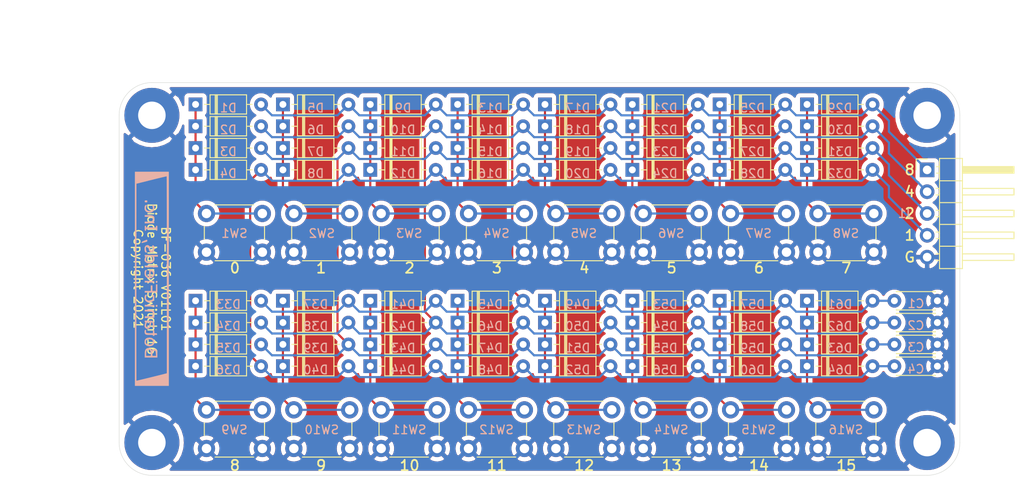
<source format=kicad_pcb>
(kicad_pcb (version 20171130) (host pcbnew "(5.1.10)-1")
  (title_block (title BF-036) (date 2021-08-28) (rev V01L01) (company "Copyright 2021 BotanicFields, Inc.") (comment 1 "Diode Matrix Switch 16"))
  (layers (0 F.Cu signal) (31 B.Cu signal) (34 B.Paste user) (35 F.Paste user) (36 B.SilkS user) (37 F.SilkS user) (38 B.Mask user) (39 F.Mask user) (44 Edge.Cuts user))
  (net 0 "")
  (net 1 GND)
  (net 2 "Net-(C1-Pad1)")
  (net 3 "Net-(C2-Pad1)")
  (net 4 "Net-(C3-Pad1)")
  (net 5 "Net-(C4-Pad1)")
  (net 6 "Net-(D1-Pad1)")
  (net 7 "Net-(D5-Pad1)")
  (net 8 "Net-(D10-Pad1)")
  (net 9 "Net-(D13-Pad1)")
  (net 10 "Net-(D17-Pad1)")
  (net 11 "Net-(D21-Pad1)")
  (net 12 "Net-(D25-Pad1)")
  (net 13 "Net-(D29-Pad1)")
  (net 14 "Net-(D33-Pad1)")
  (net 15 "Net-(D37-Pad1)")
  (net 16 "Net-(D41-Pad1)")
  (net 17 "Net-(D45-Pad1)")
  (net 18 "Net-(D49-Pad1)")
  (net 19 "Net-(D53-Pad1)")
  (net 20 "Net-(D57-Pad1)")
  (net 21 "Net-(D61-Pad1)")
  (module bf:BF@logo4 (layer B.Cu) (at 130.81 104.14 90)
    (fp_text reference G*** hide)
    (fp_text value LOGO hide)
  )
  (module MountingHole:MountingHole_3.2mm_M3_Pad (layer F.Cu) (at 220.98 85.09)
    (fp_text reference REF** hide)
    (fp_text value MountingHole_3.2mm_M3_Pad)
    (pad 1 thru_hole circle (at 0 0) (size 6.4 6.4) (drill 3.2) (layers *.Cu *.Mask) (net 1 GND))
  )
  (module MountingHole:MountingHole_3.2mm_M3_Pad (layer F.Cu) (at 220.98 123.19)
    (fp_text reference REF** hide)
    (fp_text value MountingHole_3.2mm_M3_Pad)
    (pad 1 thru_hole circle (at 0 0) (size 6.4 6.4) (drill 3.2) (layers *.Cu *.Mask) (net 1 GND))
  )
  (module MountingHole:MountingHole_3.2mm_M3_Pad (layer F.Cu) (at 130.81 123.19)
    (fp_text reference REF** hide)
    (fp_text value MountingHole_3.2mm_M3_Pad)
    (pad 1 thru_hole circle (at 0 0) (size 6.4 6.4) (drill 3.2) (layers *.Cu *.Mask) (net 1 GND))
  )
  (module MountingHole:MountingHole_3.2mm_M3_Pad (layer F.Cu) (at 130.81 85.09)
    (fp_text reference REF** hide)
    (fp_text value MountingHole_3.2mm_M3_Pad)
    (pad 1 thru_hole circle (at 0 0) (size 6.4 6.4) (drill 3.2) (layers *.Cu *.Mask) (net 1 GND))
  )
  (module Diode_THT:D_DO-35_SOD27_P7.62mm_Horizontal (layer F.Cu) (at 135.89 83.82)
    (fp_text reference D1 (at 3.81 0.42 unlocked) (layer B.SilkS) (effects (justify mirror)))
    (fp_text value D)
    (pad 1 thru_hole rect (at 0 0) (size 1.6 1.6) (drill 0.8) (layers *.Cu *.Mask) (net 6 "Net-(D1-Pad1)"))
    (pad 2 thru_hole oval (at 7.62 0) (size 1.6 1.6) (drill 0.8) (layers *.Cu *.Mask) (net 2 "Net-(C1-Pad1)"))
  )
  (module Diode_THT:D_DO-35_SOD27_P7.62mm_Horizontal (layer F.Cu) (at 135.89 86.36)
    (fp_text reference D2 (at 3.81 0.42 unlocked) (layer B.SilkS) (effects (justify mirror)))
    (fp_text value D)
    (pad 1 thru_hole rect (at 0 0) (size 1.6 1.6) (drill 0.8) (layers *.Cu *.Mask) (net 6 "Net-(D1-Pad1)"))
    (pad 2 thru_hole oval (at 7.62 0) (size 1.6 1.6) (drill 0.8) (layers *.Cu *.Mask) (net 3 "Net-(C2-Pad1)"))
  )
  (module Diode_THT:D_DO-35_SOD27_P7.62mm_Horizontal (layer F.Cu) (at 135.89 88.9)
    (fp_text reference D3 (at 3.81 0.42 unlocked) (layer B.SilkS) (effects (justify mirror)))
    (fp_text value D)
    (pad 2 thru_hole oval (at 7.62 0) (size 1.6 1.6) (drill 0.8) (layers *.Cu *.Mask) (net 4 "Net-(C3-Pad1)"))
    (pad 1 thru_hole rect (at 0 0) (size 1.6 1.6) (drill 0.8) (layers *.Cu *.Mask) (net 6 "Net-(D1-Pad1)"))
  )
  (module Diode_THT:D_DO-35_SOD27_P7.62mm_Horizontal (layer F.Cu) (at 135.89 91.44)
    (fp_text reference D4 (at 3.81 0.42 unlocked) (layer B.SilkS) (effects (justify mirror)))
    (fp_text value D)
    (pad 2 thru_hole oval (at 7.62 0) (size 1.6 1.6) (drill 0.8) (layers *.Cu *.Mask) (net 5 "Net-(C4-Pad1)"))
    (pad 1 thru_hole rect (at 0 0) (size 1.6 1.6) (drill 0.8) (layers *.Cu *.Mask) (net 6 "Net-(D1-Pad1)"))
  )
  (module Diode_THT:D_DO-35_SOD27_P7.62mm_Horizontal (layer F.Cu) (at 146.05 83.82)
    (fp_text reference D5 (at 3.81 0.42 unlocked) (layer B.SilkS) (effects (justify mirror)))
    (fp_text value D)
    (pad 2 thru_hole oval (at 7.62 0) (size 1.6 1.6) (drill 0.8) (layers *.Cu *.Mask) (net 2 "Net-(C1-Pad1)"))
    (pad 1 thru_hole rect (at 0 0) (size 1.6 1.6) (drill 0.8) (layers *.Cu *.Mask) (net 7 "Net-(D5-Pad1)"))
  )
  (module Diode_THT:D_DO-35_SOD27_P7.62mm_Horizontal (layer F.Cu) (at 146.05 86.36)
    (fp_text reference D6 (at 3.81 0.42 unlocked) (layer B.SilkS) (effects (justify mirror)))
    (fp_text value D)
    (pad 2 thru_hole oval (at 7.62 0) (size 1.6 1.6) (drill 0.8) (layers *.Cu *.Mask) (net 3 "Net-(C2-Pad1)"))
    (pad 1 thru_hole rect (at 0 0) (size 1.6 1.6) (drill 0.8) (layers *.Cu *.Mask) (net 7 "Net-(D5-Pad1)"))
  )
  (module Diode_THT:D_DO-35_SOD27_P7.62mm_Horizontal (layer F.Cu) (at 146.05 88.9)
    (fp_text reference D7 (at 3.81 0.42 unlocked) (layer B.SilkS) (effects (justify mirror)))
    (fp_text value D)
    (pad 1 thru_hole rect (at 0 0) (size 1.6 1.6) (drill 0.8) (layers *.Cu *.Mask) (net 7 "Net-(D5-Pad1)"))
    (pad 2 thru_hole oval (at 7.62 0) (size 1.6 1.6) (drill 0.8) (layers *.Cu *.Mask) (net 4 "Net-(C3-Pad1)"))
  )
  (module Diode_THT:D_DO-35_SOD27_P7.62mm_Horizontal (layer F.Cu) (at 146.05 91.44)
    (fp_text reference D8 (at 3.81 0.42 unlocked) (layer B.SilkS) (effects (justify mirror)))
    (fp_text value D)
    (pad 1 thru_hole rect (at 0 0) (size 1.6 1.6) (drill 0.8) (layers *.Cu *.Mask) (net 7 "Net-(D5-Pad1)"))
    (pad 2 thru_hole oval (at 7.62 0) (size 1.6 1.6) (drill 0.8) (layers *.Cu *.Mask) (net 5 "Net-(C4-Pad1)"))
  )
  (module Diode_THT:D_DO-35_SOD27_P7.62mm_Horizontal (layer F.Cu) (at 156.21 83.82)
    (fp_text reference D9 (at 3.81 0.42 unlocked) (layer B.SilkS) (effects (justify mirror)))
    (fp_text value D)
    (pad 1 thru_hole rect (at 0 0) (size 1.6 1.6) (drill 0.8) (layers *.Cu *.Mask) (net 8 "Net-(D10-Pad1)"))
    (pad 2 thru_hole oval (at 7.62 0) (size 1.6 1.6) (drill 0.8) (layers *.Cu *.Mask) (net 2 "Net-(C1-Pad1)"))
  )
  (module Diode_THT:D_DO-35_SOD27_P7.62mm_Horizontal (layer F.Cu) (at 156.21 86.36)
    (fp_text reference D10 (at 3.81 0.42 unlocked) (layer B.SilkS) (effects (justify mirror)))
    (fp_text value D)
    (pad 1 thru_hole rect (at 0 0) (size 1.6 1.6) (drill 0.8) (layers *.Cu *.Mask) (net 8 "Net-(D10-Pad1)"))
    (pad 2 thru_hole oval (at 7.62 0) (size 1.6 1.6) (drill 0.8) (layers *.Cu *.Mask) (net 3 "Net-(C2-Pad1)"))
  )
  (module Diode_THT:D_DO-35_SOD27_P7.62mm_Horizontal (layer F.Cu) (at 156.21 88.9)
    (fp_text reference D11 (at 3.81 0.42 unlocked) (layer B.SilkS) (effects (justify mirror)))
    (fp_text value D)
    (pad 2 thru_hole oval (at 7.62 0) (size 1.6 1.6) (drill 0.8) (layers *.Cu *.Mask) (net 4 "Net-(C3-Pad1)"))
    (pad 1 thru_hole rect (at 0 0) (size 1.6 1.6) (drill 0.8) (layers *.Cu *.Mask) (net 8 "Net-(D10-Pad1)"))
  )
  (module Diode_THT:D_DO-35_SOD27_P7.62mm_Horizontal (layer F.Cu) (at 156.21 91.44)
    (fp_text reference D12 (at 3.81 0.42 unlocked) (layer B.SilkS) (effects (justify mirror)))
    (fp_text value D)
    (pad 1 thru_hole rect (at 0 0) (size 1.6 1.6) (drill 0.8) (layers *.Cu *.Mask) (net 8 "Net-(D10-Pad1)"))
    (pad 2 thru_hole oval (at 7.62 0) (size 1.6 1.6) (drill 0.8) (layers *.Cu *.Mask) (net 5 "Net-(C4-Pad1)"))
  )
  (module Diode_THT:D_DO-35_SOD27_P7.62mm_Horizontal (layer F.Cu) (at 166.37 83.82)
    (fp_text reference D13 (at 3.81 0.42 unlocked) (layer B.SilkS) (effects (justify mirror)))
    (fp_text value D)
    (pad 2 thru_hole oval (at 7.62 0) (size 1.6 1.6) (drill 0.8) (layers *.Cu *.Mask) (net 2 "Net-(C1-Pad1)"))
    (pad 1 thru_hole rect (at 0 0) (size 1.6 1.6) (drill 0.8) (layers *.Cu *.Mask) (net 9 "Net-(D13-Pad1)"))
  )
  (module Diode_THT:D_DO-35_SOD27_P7.62mm_Horizontal (layer F.Cu) (at 166.37 86.36)
    (fp_text reference D14 (at 3.81 0.42 unlocked) (layer B.SilkS) (effects (justify mirror)))
    (fp_text value D)
    (pad 1 thru_hole rect (at 0 0) (size 1.6 1.6) (drill 0.8) (layers *.Cu *.Mask) (net 9 "Net-(D13-Pad1)"))
    (pad 2 thru_hole oval (at 7.62 0) (size 1.6 1.6) (drill 0.8) (layers *.Cu *.Mask) (net 3 "Net-(C2-Pad1)"))
  )
  (module Diode_THT:D_DO-35_SOD27_P7.62mm_Horizontal (layer F.Cu) (at 166.37 88.9)
    (fp_text reference D15 (at 3.81 0.42 unlocked) (layer B.SilkS) (effects (justify mirror)))
    (fp_text value D)
    (pad 2 thru_hole oval (at 7.62 0) (size 1.6 1.6) (drill 0.8) (layers *.Cu *.Mask) (net 4 "Net-(C3-Pad1)"))
    (pad 1 thru_hole rect (at 0 0) (size 1.6 1.6) (drill 0.8) (layers *.Cu *.Mask) (net 9 "Net-(D13-Pad1)"))
  )
  (module Diode_THT:D_DO-35_SOD27_P7.62mm_Horizontal (layer F.Cu) (at 166.37 91.44)
    (fp_text reference D16 (at 3.81 0.42 unlocked) (layer B.SilkS) (effects (justify mirror)))
    (fp_text value D)
    (pad 2 thru_hole oval (at 7.62 0) (size 1.6 1.6) (drill 0.8) (layers *.Cu *.Mask) (net 5 "Net-(C4-Pad1)"))
    (pad 1 thru_hole rect (at 0 0) (size 1.6 1.6) (drill 0.8) (layers *.Cu *.Mask) (net 9 "Net-(D13-Pad1)"))
  )
  (module Diode_THT:D_DO-35_SOD27_P7.62mm_Horizontal (layer F.Cu) (at 176.53 83.82)
    (fp_text reference D17 (at 3.81 0.42 unlocked) (layer B.SilkS) (effects (justify mirror)))
    (fp_text value D)
    (pad 2 thru_hole oval (at 7.62 0) (size 1.6 1.6) (drill 0.8) (layers *.Cu *.Mask) (net 2 "Net-(C1-Pad1)"))
    (pad 1 thru_hole rect (at 0 0) (size 1.6 1.6) (drill 0.8) (layers *.Cu *.Mask) (net 10 "Net-(D17-Pad1)"))
  )
  (module Diode_THT:D_DO-35_SOD27_P7.62mm_Horizontal (layer F.Cu) (at 176.53 86.36)
    (fp_text reference D18 (at 3.81 0.42 unlocked) (layer B.SilkS) (effects (justify mirror)))
    (fp_text value D)
    (pad 1 thru_hole rect (at 0 0) (size 1.6 1.6) (drill 0.8) (layers *.Cu *.Mask) (net 10 "Net-(D17-Pad1)"))
    (pad 2 thru_hole oval (at 7.62 0) (size 1.6 1.6) (drill 0.8) (layers *.Cu *.Mask) (net 3 "Net-(C2-Pad1)"))
  )
  (module Diode_THT:D_DO-35_SOD27_P7.62mm_Horizontal (layer F.Cu) (at 176.53 88.9)
    (fp_text reference D19 (at 3.81 0.42 unlocked) (layer B.SilkS) (effects (justify mirror)))
    (fp_text value D)
    (pad 2 thru_hole oval (at 7.62 0) (size 1.6 1.6) (drill 0.8) (layers *.Cu *.Mask) (net 4 "Net-(C3-Pad1)"))
    (pad 1 thru_hole rect (at 0 0) (size 1.6 1.6) (drill 0.8) (layers *.Cu *.Mask) (net 10 "Net-(D17-Pad1)"))
  )
  (module Diode_THT:D_DO-35_SOD27_P7.62mm_Horizontal (layer F.Cu) (at 176.53 91.44)
    (fp_text reference D20 (at 3.81 0.42 unlocked) (layer B.SilkS) (effects (justify mirror)))
    (fp_text value D)
    (pad 2 thru_hole oval (at 7.62 0) (size 1.6 1.6) (drill 0.8) (layers *.Cu *.Mask) (net 5 "Net-(C4-Pad1)"))
    (pad 1 thru_hole rect (at 0 0) (size 1.6 1.6) (drill 0.8) (layers *.Cu *.Mask) (net 10 "Net-(D17-Pad1)"))
  )
  (module Diode_THT:D_DO-35_SOD27_P7.62mm_Horizontal (layer F.Cu) (at 186.69 83.82)
    (fp_text reference D21 (at 3.81 0.42 unlocked) (layer B.SilkS) (effects (justify mirror)))
    (fp_text value D)
    (pad 1 thru_hole rect (at 0 0) (size 1.6 1.6) (drill 0.8) (layers *.Cu *.Mask) (net 11 "Net-(D21-Pad1)"))
    (pad 2 thru_hole oval (at 7.62 0) (size 1.6 1.6) (drill 0.8) (layers *.Cu *.Mask) (net 2 "Net-(C1-Pad1)"))
  )
  (module Diode_THT:D_DO-35_SOD27_P7.62mm_Horizontal (layer F.Cu) (at 186.69 86.36)
    (fp_text reference D22 (at 3.81 0.42 unlocked) (layer B.SilkS) (effects (justify mirror)))
    (fp_text value D)
    (pad 1 thru_hole rect (at 0 0) (size 1.6 1.6) (drill 0.8) (layers *.Cu *.Mask) (net 11 "Net-(D21-Pad1)"))
    (pad 2 thru_hole oval (at 7.62 0) (size 1.6 1.6) (drill 0.8) (layers *.Cu *.Mask) (net 3 "Net-(C2-Pad1)"))
  )
  (module Diode_THT:D_DO-35_SOD27_P7.62mm_Horizontal (layer F.Cu) (at 186.69 88.9)
    (fp_text reference D23 (at 3.81 0.42 unlocked) (layer B.SilkS) (effects (justify mirror)))
    (fp_text value D)
    (pad 2 thru_hole oval (at 7.62 0) (size 1.6 1.6) (drill 0.8) (layers *.Cu *.Mask) (net 4 "Net-(C3-Pad1)"))
    (pad 1 thru_hole rect (at 0 0) (size 1.6 1.6) (drill 0.8) (layers *.Cu *.Mask) (net 11 "Net-(D21-Pad1)"))
  )
  (module Diode_THT:D_DO-35_SOD27_P7.62mm_Horizontal (layer F.Cu) (at 186.69 91.44)
    (fp_text reference D24 (at 3.81 0.42 unlocked) (layer B.SilkS) (effects (justify mirror)))
    (fp_text value D)
    (pad 1 thru_hole rect (at 0 0) (size 1.6 1.6) (drill 0.8) (layers *.Cu *.Mask) (net 11 "Net-(D21-Pad1)"))
    (pad 2 thru_hole oval (at 7.62 0) (size 1.6 1.6) (drill 0.8) (layers *.Cu *.Mask) (net 5 "Net-(C4-Pad1)"))
  )
  (module Diode_THT:D_DO-35_SOD27_P7.62mm_Horizontal (layer F.Cu) (at 196.85 83.82)
    (fp_text reference D25 (at 3.81 0.42 unlocked) (layer B.SilkS) (effects (justify mirror)))
    (fp_text value D)
    (pad 1 thru_hole rect (at 0 0) (size 1.6 1.6) (drill 0.8) (layers *.Cu *.Mask) (net 12 "Net-(D25-Pad1)"))
    (pad 2 thru_hole oval (at 7.62 0) (size 1.6 1.6) (drill 0.8) (layers *.Cu *.Mask) (net 2 "Net-(C1-Pad1)"))
  )
  (module Diode_THT:D_DO-35_SOD27_P7.62mm_Horizontal (layer F.Cu) (at 196.85 86.36)
    (fp_text reference D26 (at 3.81 0.42 unlocked) (layer B.SilkS) (effects (justify mirror)))
    (fp_text value D)
    (pad 2 thru_hole oval (at 7.62 0) (size 1.6 1.6) (drill 0.8) (layers *.Cu *.Mask) (net 3 "Net-(C2-Pad1)"))
    (pad 1 thru_hole rect (at 0 0) (size 1.6 1.6) (drill 0.8) (layers *.Cu *.Mask) (net 12 "Net-(D25-Pad1)"))
  )
  (module Diode_THT:D_DO-35_SOD27_P7.62mm_Horizontal (layer F.Cu) (at 196.85 88.9)
    (fp_text reference D27 (at 3.81 0.42 unlocked) (layer B.SilkS) (effects (justify mirror)))
    (fp_text value D)
    (pad 2 thru_hole oval (at 7.62 0) (size 1.6 1.6) (drill 0.8) (layers *.Cu *.Mask) (net 4 "Net-(C3-Pad1)"))
    (pad 1 thru_hole rect (at 0 0) (size 1.6 1.6) (drill 0.8) (layers *.Cu *.Mask) (net 12 "Net-(D25-Pad1)"))
  )
  (module Diode_THT:D_DO-35_SOD27_P7.62mm_Horizontal (layer F.Cu) (at 196.85 91.44)
    (fp_text reference D28 (at 3.81 0.42 unlocked) (layer B.SilkS) (effects (justify mirror)))
    (fp_text value D)
    (pad 2 thru_hole oval (at 7.62 0) (size 1.6 1.6) (drill 0.8) (layers *.Cu *.Mask) (net 5 "Net-(C4-Pad1)"))
    (pad 1 thru_hole rect (at 0 0) (size 1.6 1.6) (drill 0.8) (layers *.Cu *.Mask) (net 12 "Net-(D25-Pad1)"))
  )
  (module Diode_THT:D_DO-35_SOD27_P7.62mm_Horizontal (layer F.Cu) (at 207.01 83.82)
    (fp_text reference D29 (at 3.81 0.42 unlocked) (layer B.SilkS) (effects (justify mirror)))
    (fp_text value D)
    (pad 2 thru_hole oval (at 7.62 0) (size 1.6 1.6) (drill 0.8) (layers *.Cu *.Mask) (net 2 "Net-(C1-Pad1)"))
    (pad 1 thru_hole rect (at 0 0) (size 1.6 1.6) (drill 0.8) (layers *.Cu *.Mask) (net 13 "Net-(D29-Pad1)"))
  )
  (module Diode_THT:D_DO-35_SOD27_P7.62mm_Horizontal (layer F.Cu) (at 207.01 86.36)
    (fp_text reference D30 (at 3.81 0.42 unlocked) (layer B.SilkS) (effects (justify mirror)))
    (fp_text value D)
    (pad 1 thru_hole rect (at 0 0) (size 1.6 1.6) (drill 0.8) (layers *.Cu *.Mask) (net 13 "Net-(D29-Pad1)"))
    (pad 2 thru_hole oval (at 7.62 0) (size 1.6 1.6) (drill 0.8) (layers *.Cu *.Mask) (net 3 "Net-(C2-Pad1)"))
  )
  (module Diode_THT:D_DO-35_SOD27_P7.62mm_Horizontal (layer F.Cu) (at 207.01 88.9)
    (fp_text reference D31 (at 3.81 0.42 unlocked) (layer B.SilkS) (effects (justify mirror)))
    (fp_text value D)
    (pad 2 thru_hole oval (at 7.62 0) (size 1.6 1.6) (drill 0.8) (layers *.Cu *.Mask) (net 4 "Net-(C3-Pad1)"))
    (pad 1 thru_hole rect (at 0 0) (size 1.6 1.6) (drill 0.8) (layers *.Cu *.Mask) (net 13 "Net-(D29-Pad1)"))
  )
  (module Diode_THT:D_DO-35_SOD27_P7.62mm_Horizontal (layer F.Cu) (at 207.01 91.44)
    (fp_text reference D32 (at 3.81 0.42 unlocked) (layer B.SilkS) (effects (justify mirror)))
    (fp_text value D)
    (pad 1 thru_hole rect (at 0 0) (size 1.6 1.6) (drill 0.8) (layers *.Cu *.Mask) (net 13 "Net-(D29-Pad1)"))
    (pad 2 thru_hole oval (at 7.62 0) (size 1.6 1.6) (drill 0.8) (layers *.Cu *.Mask) (net 5 "Net-(C4-Pad1)"))
  )
  (module Diode_THT:D_DO-35_SOD27_P7.62mm_Horizontal (layer F.Cu) (at 135.89 106.68)
    (fp_text reference D33 (at 3.81 0.42 unlocked) (layer B.SilkS) (effects (justify mirror)))
    (fp_text value D)
    (pad 2 thru_hole oval (at 7.62 0) (size 1.6 1.6) (drill 0.8) (layers *.Cu *.Mask) (net 2 "Net-(C1-Pad1)"))
    (pad 1 thru_hole rect (at 0 0) (size 1.6 1.6) (drill 0.8) (layers *.Cu *.Mask) (net 14 "Net-(D33-Pad1)"))
  )
  (module Diode_THT:D_DO-35_SOD27_P7.62mm_Horizontal (layer F.Cu) (at 135.89 109.22)
    (fp_text reference D34 (at 3.81 0.42 unlocked) (layer B.SilkS) (effects (justify mirror)))
    (fp_text value D)
    (pad 1 thru_hole rect (at 0 0) (size 1.6 1.6) (drill 0.8) (layers *.Cu *.Mask) (net 14 "Net-(D33-Pad1)"))
    (pad 2 thru_hole oval (at 7.62 0) (size 1.6 1.6) (drill 0.8) (layers *.Cu *.Mask) (net 3 "Net-(C2-Pad1)"))
  )
  (module Diode_THT:D_DO-35_SOD27_P7.62mm_Horizontal (layer F.Cu) (at 135.89 111.76)
    (fp_text reference D35 (at 3.81 0.42 unlocked) (layer B.SilkS) (effects (justify mirror)))
    (fp_text value D)
    (pad 2 thru_hole oval (at 7.62 0) (size 1.6 1.6) (drill 0.8) (layers *.Cu *.Mask) (net 4 "Net-(C3-Pad1)"))
    (pad 1 thru_hole rect (at 0 0) (size 1.6 1.6) (drill 0.8) (layers *.Cu *.Mask) (net 14 "Net-(D33-Pad1)"))
  )
  (module Diode_THT:D_DO-35_SOD27_P7.62mm_Horizontal (layer F.Cu) (at 135.89 114.3)
    (fp_text reference D36 (at 3.81 0.42 unlocked) (layer B.SilkS) (effects (justify mirror)))
    (fp_text value D)
    (pad 1 thru_hole rect (at 0 0) (size 1.6 1.6) (drill 0.8) (layers *.Cu *.Mask) (net 14 "Net-(D33-Pad1)"))
    (pad 2 thru_hole oval (at 7.62 0) (size 1.6 1.6) (drill 0.8) (layers *.Cu *.Mask) (net 5 "Net-(C4-Pad1)"))
  )
  (module Diode_THT:D_DO-35_SOD27_P7.62mm_Horizontal (layer F.Cu) (at 146.05 106.68)
    (fp_text reference D37 (at 3.81 0.42 unlocked) (layer B.SilkS) (effects (justify mirror)))
    (fp_text value D)
    (pad 2 thru_hole oval (at 7.62 0) (size 1.6 1.6) (drill 0.8) (layers *.Cu *.Mask) (net 2 "Net-(C1-Pad1)"))
    (pad 1 thru_hole rect (at 0 0) (size 1.6 1.6) (drill 0.8) (layers *.Cu *.Mask) (net 15 "Net-(D37-Pad1)"))
  )
  (module Diode_THT:D_DO-35_SOD27_P7.62mm_Horizontal (layer F.Cu) (at 146.05 109.22)
    (fp_text reference D38 (at 3.81 0.42 unlocked) (layer B.SilkS) (effects (justify mirror)))
    (fp_text value D)
    (pad 1 thru_hole rect (at 0 0) (size 1.6 1.6) (drill 0.8) (layers *.Cu *.Mask) (net 15 "Net-(D37-Pad1)"))
    (pad 2 thru_hole oval (at 7.62 0) (size 1.6 1.6) (drill 0.8) (layers *.Cu *.Mask) (net 3 "Net-(C2-Pad1)"))
  )
  (module Diode_THT:D_DO-35_SOD27_P7.62mm_Horizontal (layer F.Cu) (at 146.05 111.76)
    (fp_text reference D39 (at 3.81 0.42 unlocked) (layer B.SilkS) (effects (justify mirror)))
    (fp_text value D)
    (pad 1 thru_hole rect (at 0 0) (size 1.6 1.6) (drill 0.8) (layers *.Cu *.Mask) (net 15 "Net-(D37-Pad1)"))
    (pad 2 thru_hole oval (at 7.62 0) (size 1.6 1.6) (drill 0.8) (layers *.Cu *.Mask) (net 4 "Net-(C3-Pad1)"))
  )
  (module Diode_THT:D_DO-35_SOD27_P7.62mm_Horizontal (layer F.Cu) (at 146.05 114.3)
    (fp_text reference D40 (at 3.81 0.42 unlocked) (layer B.SilkS) (effects (justify mirror)))
    (fp_text value D)
    (pad 1 thru_hole rect (at 0 0) (size 1.6 1.6) (drill 0.8) (layers *.Cu *.Mask) (net 15 "Net-(D37-Pad1)"))
    (pad 2 thru_hole oval (at 7.62 0) (size 1.6 1.6) (drill 0.8) (layers *.Cu *.Mask) (net 5 "Net-(C4-Pad1)"))
  )
  (module Diode_THT:D_DO-35_SOD27_P7.62mm_Horizontal (layer F.Cu) (at 156.21 106.68)
    (fp_text reference D41 (at 3.81 0.42 unlocked) (layer B.SilkS) (effects (justify mirror)))
    (fp_text value D)
    (pad 2 thru_hole oval (at 7.62 0) (size 1.6 1.6) (drill 0.8) (layers *.Cu *.Mask) (net 2 "Net-(C1-Pad1)"))
    (pad 1 thru_hole rect (at 0 0) (size 1.6 1.6) (drill 0.8) (layers *.Cu *.Mask) (net 16 "Net-(D41-Pad1)"))
  )
  (module Diode_THT:D_DO-35_SOD27_P7.62mm_Horizontal (layer F.Cu) (at 156.21 109.22)
    (fp_text reference D42 (at 3.81 0.42 unlocked) (layer B.SilkS) (effects (justify mirror)))
    (fp_text value D)
    (pad 1 thru_hole rect (at 0 0) (size 1.6 1.6) (drill 0.8) (layers *.Cu *.Mask) (net 16 "Net-(D41-Pad1)"))
    (pad 2 thru_hole oval (at 7.62 0) (size 1.6 1.6) (drill 0.8) (layers *.Cu *.Mask) (net 3 "Net-(C2-Pad1)"))
  )
  (module Diode_THT:D_DO-35_SOD27_P7.62mm_Horizontal (layer F.Cu) (at 156.21 111.76)
    (fp_text reference D43 (at 3.81 0.42 unlocked) (layer B.SilkS) (effects (justify mirror)))
    (fp_text value D)
    (pad 2 thru_hole oval (at 7.62 0) (size 1.6 1.6) (drill 0.8) (layers *.Cu *.Mask) (net 4 "Net-(C3-Pad1)"))
    (pad 1 thru_hole rect (at 0 0) (size 1.6 1.6) (drill 0.8) (layers *.Cu *.Mask) (net 16 "Net-(D41-Pad1)"))
  )
  (module Diode_THT:D_DO-35_SOD27_P7.62mm_Horizontal (layer F.Cu) (at 156.21 114.3)
    (fp_text reference D44 (at 3.81 0.42 unlocked) (layer B.SilkS) (effects (justify mirror)))
    (fp_text value D)
    (pad 1 thru_hole rect (at 0 0) (size 1.6 1.6) (drill 0.8) (layers *.Cu *.Mask) (net 16 "Net-(D41-Pad1)"))
    (pad 2 thru_hole oval (at 7.62 0) (size 1.6 1.6) (drill 0.8) (layers *.Cu *.Mask) (net 5 "Net-(C4-Pad1)"))
  )
  (module Diode_THT:D_DO-35_SOD27_P7.62mm_Horizontal (layer F.Cu) (at 166.37 106.68)
    (fp_text reference D45 (at 3.81 0.42 unlocked) (layer B.SilkS) (effects (justify mirror)))
    (fp_text value D)
    (pad 2 thru_hole oval (at 7.62 0) (size 1.6 1.6) (drill 0.8) (layers *.Cu *.Mask) (net 2 "Net-(C1-Pad1)"))
    (pad 1 thru_hole rect (at 0 0) (size 1.6 1.6) (drill 0.8) (layers *.Cu *.Mask) (net 17 "Net-(D45-Pad1)"))
  )
  (module Diode_THT:D_DO-35_SOD27_P7.62mm_Horizontal (layer F.Cu) (at 166.37 109.22)
    (fp_text reference D46 (at 3.81 0.42 unlocked) (layer B.SilkS) (effects (justify mirror)))
    (fp_text value D)
    (pad 2 thru_hole oval (at 7.62 0) (size 1.6 1.6) (drill 0.8) (layers *.Cu *.Mask) (net 3 "Net-(C2-Pad1)"))
    (pad 1 thru_hole rect (at 0 0) (size 1.6 1.6) (drill 0.8) (layers *.Cu *.Mask) (net 17 "Net-(D45-Pad1)"))
  )
  (module Diode_THT:D_DO-35_SOD27_P7.62mm_Horizontal (layer F.Cu) (at 166.37 111.76)
    (fp_text reference D47 (at 3.81 0.42 unlocked) (layer B.SilkS) (effects (justify mirror)))
    (fp_text value D)
    (pad 2 thru_hole oval (at 7.62 0) (size 1.6 1.6) (drill 0.8) (layers *.Cu *.Mask) (net 4 "Net-(C3-Pad1)"))
    (pad 1 thru_hole rect (at 0 0) (size 1.6 1.6) (drill 0.8) (layers *.Cu *.Mask) (net 17 "Net-(D45-Pad1)"))
  )
  (module Diode_THT:D_DO-35_SOD27_P7.62mm_Horizontal (layer F.Cu) (at 166.37 114.3)
    (fp_text reference D48 (at 3.81 0.42 unlocked) (layer B.SilkS) (effects (justify mirror)))
    (fp_text value D)
    (pad 1 thru_hole rect (at 0 0) (size 1.6 1.6) (drill 0.8) (layers *.Cu *.Mask) (net 17 "Net-(D45-Pad1)"))
    (pad 2 thru_hole oval (at 7.62 0) (size 1.6 1.6) (drill 0.8) (layers *.Cu *.Mask) (net 5 "Net-(C4-Pad1)"))
  )
  (module Diode_THT:D_DO-35_SOD27_P7.62mm_Horizontal (layer F.Cu) (at 176.53 106.68)
    (fp_text reference D49 (at 3.81 0.42 unlocked) (layer B.SilkS) (effects (justify mirror)))
    (fp_text value D)
    (pad 2 thru_hole oval (at 7.62 0) (size 1.6 1.6) (drill 0.8) (layers *.Cu *.Mask) (net 2 "Net-(C1-Pad1)"))
    (pad 1 thru_hole rect (at 0 0) (size 1.6 1.6) (drill 0.8) (layers *.Cu *.Mask) (net 18 "Net-(D49-Pad1)"))
  )
  (module Diode_THT:D_DO-35_SOD27_P7.62mm_Horizontal (layer F.Cu) (at 176.53 109.22)
    (fp_text reference D50 (at 3.81 0.42 unlocked) (layer B.SilkS) (effects (justify mirror)))
    (fp_text value D)
    (pad 1 thru_hole rect (at 0 0) (size 1.6 1.6) (drill 0.8) (layers *.Cu *.Mask) (net 18 "Net-(D49-Pad1)"))
    (pad 2 thru_hole oval (at 7.62 0) (size 1.6 1.6) (drill 0.8) (layers *.Cu *.Mask) (net 3 "Net-(C2-Pad1)"))
  )
  (module Diode_THT:D_DO-35_SOD27_P7.62mm_Horizontal (layer F.Cu) (at 176.53 111.76)
    (fp_text reference D51 (at 3.81 0.42 unlocked) (layer B.SilkS) (effects (justify mirror)))
    (fp_text value D)
    (pad 2 thru_hole oval (at 7.62 0) (size 1.6 1.6) (drill 0.8) (layers *.Cu *.Mask) (net 4 "Net-(C3-Pad1)"))
    (pad 1 thru_hole rect (at 0 0) (size 1.6 1.6) (drill 0.8) (layers *.Cu *.Mask) (net 18 "Net-(D49-Pad1)"))
  )
  (module Diode_THT:D_DO-35_SOD27_P7.62mm_Horizontal (layer F.Cu) (at 176.53 114.3)
    (fp_text reference D52 (at 3.81 0.42 unlocked) (layer B.SilkS) (effects (justify mirror)))
    (fp_text value D)
    (pad 1 thru_hole rect (at 0 0) (size 1.6 1.6) (drill 0.8) (layers *.Cu *.Mask) (net 18 "Net-(D49-Pad1)"))
    (pad 2 thru_hole oval (at 7.62 0) (size 1.6 1.6) (drill 0.8) (layers *.Cu *.Mask) (net 5 "Net-(C4-Pad1)"))
  )
  (module Diode_THT:D_DO-35_SOD27_P7.62mm_Horizontal (layer F.Cu) (at 186.69 106.68)
    (fp_text reference D53 (at 3.81 0.42 unlocked) (layer B.SilkS) (effects (justify mirror)))
    (fp_text value D)
    (pad 1 thru_hole rect (at 0 0) (size 1.6 1.6) (drill 0.8) (layers *.Cu *.Mask) (net 19 "Net-(D53-Pad1)"))
    (pad 2 thru_hole oval (at 7.62 0) (size 1.6 1.6) (drill 0.8) (layers *.Cu *.Mask) (net 2 "Net-(C1-Pad1)"))
  )
  (module Diode_THT:D_DO-35_SOD27_P7.62mm_Horizontal (layer F.Cu) (at 186.69 109.22)
    (fp_text reference D54 (at 3.81 0.42 unlocked) (layer B.SilkS) (effects (justify mirror)))
    (fp_text value D)
    (pad 1 thru_hole rect (at 0 0) (size 1.6 1.6) (drill 0.8) (layers *.Cu *.Mask) (net 19 "Net-(D53-Pad1)"))
    (pad 2 thru_hole oval (at 7.62 0) (size 1.6 1.6) (drill 0.8) (layers *.Cu *.Mask) (net 3 "Net-(C2-Pad1)"))
  )
  (module Diode_THT:D_DO-35_SOD27_P7.62mm_Horizontal (layer F.Cu) (at 186.69 111.76)
    (fp_text reference D55 (at 3.81 0.42 unlocked) (layer B.SilkS) (effects (justify mirror)))
    (fp_text value D)
    (pad 2 thru_hole oval (at 7.62 0) (size 1.6 1.6) (drill 0.8) (layers *.Cu *.Mask) (net 4 "Net-(C3-Pad1)"))
    (pad 1 thru_hole rect (at 0 0) (size 1.6 1.6) (drill 0.8) (layers *.Cu *.Mask) (net 19 "Net-(D53-Pad1)"))
  )
  (module Diode_THT:D_DO-35_SOD27_P7.62mm_Horizontal (layer F.Cu) (at 186.69 114.3)
    (fp_text reference D56 (at 3.81 0.42 unlocked) (layer B.SilkS) (effects (justify mirror)))
    (fp_text value D)
    (pad 1 thru_hole rect (at 0 0) (size 1.6 1.6) (drill 0.8) (layers *.Cu *.Mask) (net 19 "Net-(D53-Pad1)"))
    (pad 2 thru_hole oval (at 7.62 0) (size 1.6 1.6) (drill 0.8) (layers *.Cu *.Mask) (net 5 "Net-(C4-Pad1)"))
  )
  (module Diode_THT:D_DO-35_SOD27_P7.62mm_Horizontal (layer F.Cu) (at 196.85 106.68)
    (fp_text reference D57 (at 3.81 0.42 unlocked) (layer B.SilkS) (effects (justify mirror)))
    (fp_text value D)
    (pad 2 thru_hole oval (at 7.62 0) (size 1.6 1.6) (drill 0.8) (layers *.Cu *.Mask) (net 2 "Net-(C1-Pad1)"))
    (pad 1 thru_hole rect (at 0 0) (size 1.6 1.6) (drill 0.8) (layers *.Cu *.Mask) (net 20 "Net-(D57-Pad1)"))
  )
  (module Diode_THT:D_DO-35_SOD27_P7.62mm_Horizontal (layer F.Cu) (at 196.85 109.22)
    (fp_text reference D58 (at 3.81 0.42 unlocked) (layer B.SilkS) (effects (justify mirror)))
    (fp_text value D)
    (pad 1 thru_hole rect (at 0 0) (size 1.6 1.6) (drill 0.8) (layers *.Cu *.Mask) (net 20 "Net-(D57-Pad1)"))
    (pad 2 thru_hole oval (at 7.62 0) (size 1.6 1.6) (drill 0.8) (layers *.Cu *.Mask) (net 3 "Net-(C2-Pad1)"))
  )
  (module Diode_THT:D_DO-35_SOD27_P7.62mm_Horizontal (layer F.Cu) (at 196.85 111.76)
    (fp_text reference D59 (at 3.81 0.42 unlocked) (layer B.SilkS) (effects (justify mirror)))
    (fp_text value D)
    (pad 2 thru_hole oval (at 7.62 0) (size 1.6 1.6) (drill 0.8) (layers *.Cu *.Mask) (net 4 "Net-(C3-Pad1)"))
    (pad 1 thru_hole rect (at 0 0) (size 1.6 1.6) (drill 0.8) (layers *.Cu *.Mask) (net 20 "Net-(D57-Pad1)"))
  )
  (module Diode_THT:D_DO-35_SOD27_P7.62mm_Horizontal (layer F.Cu) (at 196.85 114.3)
    (fp_text reference D60 (at 3.81 0.42 unlocked) (layer B.SilkS) (effects (justify mirror)))
    (fp_text value D)
    (pad 1 thru_hole rect (at 0 0) (size 1.6 1.6) (drill 0.8) (layers *.Cu *.Mask) (net 20 "Net-(D57-Pad1)"))
    (pad 2 thru_hole oval (at 7.62 0) (size 1.6 1.6) (drill 0.8) (layers *.Cu *.Mask) (net 5 "Net-(C4-Pad1)"))
  )
  (module Diode_THT:D_DO-35_SOD27_P7.62mm_Horizontal (layer F.Cu) (at 207.01 106.68)
    (fp_text reference D61 (at 3.81 0.42 unlocked) (layer B.SilkS) (effects (justify mirror)))
    (fp_text value D)
    (pad 2 thru_hole oval (at 7.62 0) (size 1.6 1.6) (drill 0.8) (layers *.Cu *.Mask) (net 2 "Net-(C1-Pad1)"))
    (pad 1 thru_hole rect (at 0 0) (size 1.6 1.6) (drill 0.8) (layers *.Cu *.Mask) (net 21 "Net-(D61-Pad1)"))
  )
  (module Diode_THT:D_DO-35_SOD27_P7.62mm_Horizontal (layer F.Cu) (at 207.01 109.22)
    (fp_text reference D62 (at 3.81 0.42 unlocked) (layer B.SilkS) (effects (justify mirror)))
    (fp_text value D)
    (pad 1 thru_hole rect (at 0 0) (size 1.6 1.6) (drill 0.8) (layers *.Cu *.Mask) (net 21 "Net-(D61-Pad1)"))
    (pad 2 thru_hole oval (at 7.62 0) (size 1.6 1.6) (drill 0.8) (layers *.Cu *.Mask) (net 3 "Net-(C2-Pad1)"))
  )
  (module Diode_THT:D_DO-35_SOD27_P7.62mm_Horizontal (layer F.Cu) (at 207.01 111.76)
    (fp_text reference D63 (at 3.81 0.42 unlocked) (layer B.SilkS) (effects (justify mirror)))
    (fp_text value D)
    (pad 2 thru_hole oval (at 7.62 0) (size 1.6 1.6) (drill 0.8) (layers *.Cu *.Mask) (net 4 "Net-(C3-Pad1)"))
    (pad 1 thru_hole rect (at 0 0) (size 1.6 1.6) (drill 0.8) (layers *.Cu *.Mask) (net 21 "Net-(D61-Pad1)"))
  )
  (module Diode_THT:D_DO-35_SOD27_P7.62mm_Horizontal (layer F.Cu) (at 207.01 114.3)
    (fp_text reference D64 (at 3.81 0.42 unlocked) (layer B.SilkS) (effects (justify mirror)))
    (fp_text value D)
    (pad 1 thru_hole rect (at 0 0) (size 1.6 1.6) (drill 0.8) (layers *.Cu *.Mask) (net 21 "Net-(D61-Pad1)"))
    (pad 2 thru_hole oval (at 7.62 0) (size 1.6 1.6) (drill 0.8) (layers *.Cu *.Mask) (net 5 "Net-(C4-Pad1)"))
  )
  (module Connector_PinHeader_2.54mm:PinHeader_1x05_P2.54mm_Horizontal (layer F.Cu) (at 220.98 91.44)
    (fp_text reference J1 (at -2.54 5.08 unlocked) (layer B.SilkS) (effects (justify mirror)))
    (fp_text value CODE)
    (pad 1 thru_hole rect (at 0 0) (size 1.7 1.7) (drill 1) (layers *.Cu *.Mask) (net 2 "Net-(C1-Pad1)"))
    (pad 2 thru_hole oval (at 0 2.54) (size 1.7 1.7) (drill 1) (layers *.Cu *.Mask) (net 3 "Net-(C2-Pad1)"))
    (pad 3 thru_hole oval (at 0 5.08) (size 1.7 1.7) (drill 1) (layers *.Cu *.Mask) (net 4 "Net-(C3-Pad1)"))
    (pad 4 thru_hole oval (at 0 7.62) (size 1.7 1.7) (drill 1) (layers *.Cu *.Mask) (net 5 "Net-(C4-Pad1)"))
    (pad 5 thru_hole oval (at 0 10.16) (size 1.7 1.7) (drill 1) (layers *.Cu *.Mask) (net 1 GND))
  )
  (module Button_Switch_THT:SW_PUSH_6mm (layer F.Cu) (at 137.16 96.52)
    (fp_text reference SW1 (at 3.25 2.318 unlocked) (layer B.SilkS) (effects (justify mirror)))
    (fp_text value 0)
    (pad 2 thru_hole circle (at 0 4.5 90) (size 2 2) (drill 1.1) (layers *.Cu *.Mask) (net 1 GND))
    (pad 1 thru_hole circle (at 0 0 90) (size 2 2) (drill 1.1) (layers *.Cu *.Mask) (net 6 "Net-(D1-Pad1)"))
    (pad 2 thru_hole circle (at 6.5 4.5 90) (size 2 2) (drill 1.1) (layers *.Cu *.Mask) (net 1 GND))
    (pad 1 thru_hole circle (at 6.5 0 90) (size 2 2) (drill 1.1) (layers *.Cu *.Mask) (net 6 "Net-(D1-Pad1)"))
  )
  (module Button_Switch_THT:SW_PUSH_6mm (layer F.Cu) (at 147.32 96.52)
    (fp_text reference SW2 (at 3.25 2.318 unlocked) (layer B.SilkS) (effects (justify mirror)))
    (fp_text value 1)
    (pad 1 thru_hole circle (at 6.5 0 90) (size 2 2) (drill 1.1) (layers *.Cu *.Mask) (net 7 "Net-(D5-Pad1)"))
    (pad 2 thru_hole circle (at 6.5 4.5 90) (size 2 2) (drill 1.1) (layers *.Cu *.Mask) (net 1 GND))
    (pad 1 thru_hole circle (at 0 0 90) (size 2 2) (drill 1.1) (layers *.Cu *.Mask) (net 7 "Net-(D5-Pad1)"))
    (pad 2 thru_hole circle (at 0 4.5 90) (size 2 2) (drill 1.1) (layers *.Cu *.Mask) (net 1 GND))
  )
  (module Button_Switch_THT:SW_PUSH_6mm (layer F.Cu) (at 157.48 96.52)
    (fp_text reference SW3 (at 3.25 2.318 unlocked) (layer B.SilkS) (effects (justify mirror)))
    (fp_text value 2)
    (pad 1 thru_hole circle (at 6.5 0 90) (size 2 2) (drill 1.1) (layers *.Cu *.Mask) (net 8 "Net-(D10-Pad1)"))
    (pad 2 thru_hole circle (at 6.5 4.5 90) (size 2 2) (drill 1.1) (layers *.Cu *.Mask) (net 1 GND))
    (pad 1 thru_hole circle (at 0 0 90) (size 2 2) (drill 1.1) (layers *.Cu *.Mask) (net 8 "Net-(D10-Pad1)"))
    (pad 2 thru_hole circle (at 0 4.5 90) (size 2 2) (drill 1.1) (layers *.Cu *.Mask) (net 1 GND))
  )
  (module Button_Switch_THT:SW_PUSH_6mm (layer F.Cu) (at 167.64 96.52)
    (fp_text reference SW4 (at 3.25 2.318 unlocked) (layer B.SilkS) (effects (justify mirror)))
    (fp_text value 3)
    (pad 1 thru_hole circle (at 6.5 0 90) (size 2 2) (drill 1.1) (layers *.Cu *.Mask) (net 9 "Net-(D13-Pad1)"))
    (pad 2 thru_hole circle (at 6.5 4.5 90) (size 2 2) (drill 1.1) (layers *.Cu *.Mask) (net 1 GND))
    (pad 1 thru_hole circle (at 0 0 90) (size 2 2) (drill 1.1) (layers *.Cu *.Mask) (net 9 "Net-(D13-Pad1)"))
    (pad 2 thru_hole circle (at 0 4.5 90) (size 2 2) (drill 1.1) (layers *.Cu *.Mask) (net 1 GND))
  )
  (module Button_Switch_THT:SW_PUSH_6mm (layer F.Cu) (at 177.8 96.52)
    (fp_text reference SW5 (at 3.25 2.318 unlocked) (layer B.SilkS) (effects (justify mirror)))
    (fp_text value 4)
    (pad 2 thru_hole circle (at 0 4.5 90) (size 2 2) (drill 1.1) (layers *.Cu *.Mask) (net 1 GND))
    (pad 1 thru_hole circle (at 0 0 90) (size 2 2) (drill 1.1) (layers *.Cu *.Mask) (net 10 "Net-(D17-Pad1)"))
    (pad 2 thru_hole circle (at 6.5 4.5 90) (size 2 2) (drill 1.1) (layers *.Cu *.Mask) (net 1 GND))
    (pad 1 thru_hole circle (at 6.5 0 90) (size 2 2) (drill 1.1) (layers *.Cu *.Mask) (net 10 "Net-(D17-Pad1)"))
  )
  (module Button_Switch_THT:SW_PUSH_6mm (layer F.Cu) (at 187.96 96.52)
    (fp_text reference SW6 (at 3.25 2.318 unlocked) (layer B.SilkS) (effects (justify mirror)))
    (fp_text value 5)
    (pad 1 thru_hole circle (at 6.5 0 90) (size 2 2) (drill 1.1) (layers *.Cu *.Mask) (net 11 "Net-(D21-Pad1)"))
    (pad 2 thru_hole circle (at 6.5 4.5 90) (size 2 2) (drill 1.1) (layers *.Cu *.Mask) (net 1 GND))
    (pad 1 thru_hole circle (at 0 0 90) (size 2 2) (drill 1.1) (layers *.Cu *.Mask) (net 11 "Net-(D21-Pad1)"))
    (pad 2 thru_hole circle (at 0 4.5 90) (size 2 2) (drill 1.1) (layers *.Cu *.Mask) (net 1 GND))
  )
  (module Button_Switch_THT:SW_PUSH_6mm (layer F.Cu) (at 198.12 96.52)
    (fp_text reference SW7 (at 3.25 2.318 unlocked) (layer B.SilkS) (effects (justify mirror)))
    (fp_text value 6)
    (pad 1 thru_hole circle (at 6.5 0 90) (size 2 2) (drill 1.1) (layers *.Cu *.Mask) (net 12 "Net-(D25-Pad1)"))
    (pad 2 thru_hole circle (at 6.5 4.5 90) (size 2 2) (drill 1.1) (layers *.Cu *.Mask) (net 1 GND))
    (pad 1 thru_hole circle (at 0 0 90) (size 2 2) (drill 1.1) (layers *.Cu *.Mask) (net 12 "Net-(D25-Pad1)"))
    (pad 2 thru_hole circle (at 0 4.5 90) (size 2 2) (drill 1.1) (layers *.Cu *.Mask) (net 1 GND))
  )
  (module Button_Switch_THT:SW_PUSH_6mm (layer F.Cu) (at 208.28 96.52)
    (fp_text reference SW8 (at 3.25 2.318 unlocked) (layer B.SilkS) (effects (justify mirror)))
    (fp_text value 7)
    (pad 1 thru_hole circle (at 6.5 0 90) (size 2 2) (drill 1.1) (layers *.Cu *.Mask) (net 13 "Net-(D29-Pad1)"))
    (pad 2 thru_hole circle (at 6.5 4.5 90) (size 2 2) (drill 1.1) (layers *.Cu *.Mask) (net 1 GND))
    (pad 1 thru_hole circle (at 0 0 90) (size 2 2) (drill 1.1) (layers *.Cu *.Mask) (net 13 "Net-(D29-Pad1)"))
    (pad 2 thru_hole circle (at 0 4.5 90) (size 2 2) (drill 1.1) (layers *.Cu *.Mask) (net 1 GND))
  )
  (module Button_Switch_THT:SW_PUSH_6mm (layer F.Cu) (at 137.16 119.38)
    (fp_text reference SW9 (at 3.25 2.318 unlocked) (layer B.SilkS) (effects (justify mirror)))
    (fp_text value 8)
    (pad 2 thru_hole circle (at 0 4.5 90) (size 2 2) (drill 1.1) (layers *.Cu *.Mask) (net 1 GND))
    (pad 1 thru_hole circle (at 0 0 90) (size 2 2) (drill 1.1) (layers *.Cu *.Mask) (net 14 "Net-(D33-Pad1)"))
    (pad 2 thru_hole circle (at 6.5 4.5 90) (size 2 2) (drill 1.1) (layers *.Cu *.Mask) (net 1 GND))
    (pad 1 thru_hole circle (at 6.5 0 90) (size 2 2) (drill 1.1) (layers *.Cu *.Mask) (net 14 "Net-(D33-Pad1)"))
  )
  (module Button_Switch_THT:SW_PUSH_6mm (layer F.Cu) (at 147.32 119.38)
    (fp_text reference SW10 (at 3.25 2.318 unlocked) (layer B.SilkS) (effects (justify mirror)))
    (fp_text value 9)
    (pad 2 thru_hole circle (at 0 4.5 90) (size 2 2) (drill 1.1) (layers *.Cu *.Mask) (net 1 GND))
    (pad 1 thru_hole circle (at 0 0 90) (size 2 2) (drill 1.1) (layers *.Cu *.Mask) (net 15 "Net-(D37-Pad1)"))
    (pad 2 thru_hole circle (at 6.5 4.5 90) (size 2 2) (drill 1.1) (layers *.Cu *.Mask) (net 1 GND))
    (pad 1 thru_hole circle (at 6.5 0 90) (size 2 2) (drill 1.1) (layers *.Cu *.Mask) (net 15 "Net-(D37-Pad1)"))
  )
  (module Button_Switch_THT:SW_PUSH_6mm (layer F.Cu) (at 157.48 119.38)
    (fp_text reference SW11 (at 3.25 2.318 unlocked) (layer B.SilkS) (effects (justify mirror)))
    (fp_text value 10)
    (pad 2 thru_hole circle (at 0 4.5 90) (size 2 2) (drill 1.1) (layers *.Cu *.Mask) (net 1 GND))
    (pad 1 thru_hole circle (at 0 0 90) (size 2 2) (drill 1.1) (layers *.Cu *.Mask) (net 16 "Net-(D41-Pad1)"))
    (pad 2 thru_hole circle (at 6.5 4.5 90) (size 2 2) (drill 1.1) (layers *.Cu *.Mask) (net 1 GND))
    (pad 1 thru_hole circle (at 6.5 0 90) (size 2 2) (drill 1.1) (layers *.Cu *.Mask) (net 16 "Net-(D41-Pad1)"))
  )
  (module Button_Switch_THT:SW_PUSH_6mm (layer F.Cu) (at 167.64 119.38)
    (fp_text reference SW12 (at 3.25 2.318 unlocked) (layer B.SilkS) (effects (justify mirror)))
    (fp_text value 11)
    (pad 1 thru_hole circle (at 6.5 0 90) (size 2 2) (drill 1.1) (layers *.Cu *.Mask) (net 17 "Net-(D45-Pad1)"))
    (pad 2 thru_hole circle (at 6.5 4.5 90) (size 2 2) (drill 1.1) (layers *.Cu *.Mask) (net 1 GND))
    (pad 1 thru_hole circle (at 0 0 90) (size 2 2) (drill 1.1) (layers *.Cu *.Mask) (net 17 "Net-(D45-Pad1)"))
    (pad 2 thru_hole circle (at 0 4.5 90) (size 2 2) (drill 1.1) (layers *.Cu *.Mask) (net 1 GND))
  )
  (module Button_Switch_THT:SW_PUSH_6mm (layer F.Cu) (at 177.8 119.38)
    (fp_text reference SW13 (at 3.25 2.318 unlocked) (layer B.SilkS) (effects (justify mirror)))
    (fp_text value 12)
    (pad 1 thru_hole circle (at 6.5 0 90) (size 2 2) (drill 1.1) (layers *.Cu *.Mask) (net 18 "Net-(D49-Pad1)"))
    (pad 2 thru_hole circle (at 6.5 4.5 90) (size 2 2) (drill 1.1) (layers *.Cu *.Mask) (net 1 GND))
    (pad 1 thru_hole circle (at 0 0 90) (size 2 2) (drill 1.1) (layers *.Cu *.Mask) (net 18 "Net-(D49-Pad1)"))
    (pad 2 thru_hole circle (at 0 4.5 90) (size 2 2) (drill 1.1) (layers *.Cu *.Mask) (net 1 GND))
  )
  (module Button_Switch_THT:SW_PUSH_6mm (layer F.Cu) (at 187.96 119.38)
    (fp_text reference SW14 (at 3.25 2.318 unlocked) (layer B.SilkS) (effects (justify mirror)))
    (fp_text value 13)
    (pad 2 thru_hole circle (at 0 4.5 90) (size 2 2) (drill 1.1) (layers *.Cu *.Mask) (net 1 GND))
    (pad 1 thru_hole circle (at 0 0 90) (size 2 2) (drill 1.1) (layers *.Cu *.Mask) (net 19 "Net-(D53-Pad1)"))
    (pad 2 thru_hole circle (at 6.5 4.5 90) (size 2 2) (drill 1.1) (layers *.Cu *.Mask) (net 1 GND))
    (pad 1 thru_hole circle (at 6.5 0 90) (size 2 2) (drill 1.1) (layers *.Cu *.Mask) (net 19 "Net-(D53-Pad1)"))
  )
  (module Button_Switch_THT:SW_PUSH_6mm (layer F.Cu) (at 198.12 119.38)
    (fp_text reference SW15 (at 3.25 2.318 unlocked) (layer B.SilkS) (effects (justify mirror)))
    (fp_text value 14)
    (pad 2 thru_hole circle (at 0 4.5 90) (size 2 2) (drill 1.1) (layers *.Cu *.Mask) (net 1 GND))
    (pad 1 thru_hole circle (at 0 0 90) (size 2 2) (drill 1.1) (layers *.Cu *.Mask) (net 20 "Net-(D57-Pad1)"))
    (pad 2 thru_hole circle (at 6.5 4.5 90) (size 2 2) (drill 1.1) (layers *.Cu *.Mask) (net 1 GND))
    (pad 1 thru_hole circle (at 6.5 0 90) (size 2 2) (drill 1.1) (layers *.Cu *.Mask) (net 20 "Net-(D57-Pad1)"))
  )
  (module Button_Switch_THT:SW_PUSH_6mm (layer F.Cu) (at 208.28 119.38)
    (fp_text reference SW16 (at 3.25 2.318 unlocked) (layer B.SilkS) (effects (justify mirror)))
    (fp_text value 15)
    (pad 2 thru_hole circle (at 0 4.5 90) (size 2 2) (drill 1.1) (layers *.Cu *.Mask) (net 1 GND))
    (pad 1 thru_hole circle (at 0 0 90) (size 2 2) (drill 1.1) (layers *.Cu *.Mask) (net 21 "Net-(D61-Pad1)"))
    (pad 2 thru_hole circle (at 6.5 4.5 90) (size 2 2) (drill 1.1) (layers *.Cu *.Mask) (net 1 GND))
    (pad 1 thru_hole circle (at 6.5 0 90) (size 2 2) (drill 1.1) (layers *.Cu *.Mask) (net 21 "Net-(D61-Pad1)"))
  )
  (module Capacitor_THT:C_Disc_D4.3mm_W1.9mm_P5.00mm (layer F.Cu) (at 217.17 106.68)
    (fp_text reference C1 (at 2.5 0.34 unlocked) (layer B.SilkS) (effects (justify mirror)))
    (fp_text value 10n)
    (pad 2 thru_hole circle (at 5 0) (size 1.6 1.6) (drill 0.8) (layers *.Cu *.Mask) (net 1 GND))
    (pad 1 thru_hole circle (at 0 0) (size 1.6 1.6) (drill 0.8) (layers *.Cu *.Mask) (net 2 "Net-(C1-Pad1)"))
  )
  (module Capacitor_THT:C_Disc_D4.3mm_W1.9mm_P5.00mm (layer F.Cu) (at 217.17 109.22)
    (fp_text reference C2 (at 2.5 0.34 unlocked) (layer B.SilkS) (effects (justify mirror)))
    (fp_text value 10n)
    (pad 2 thru_hole circle (at 5 0) (size 1.6 1.6) (drill 0.8) (layers *.Cu *.Mask) (net 1 GND))
    (pad 1 thru_hole circle (at 0 0) (size 1.6 1.6) (drill 0.8) (layers *.Cu *.Mask) (net 3 "Net-(C2-Pad1)"))
  )
  (module Capacitor_THT:C_Disc_D4.3mm_W1.9mm_P5.00mm (layer F.Cu) (at 217.17 111.76)
    (fp_text reference C3 (at 2.5 0.34 unlocked) (layer B.SilkS) (effects (justify mirror)))
    (fp_text value 10n)
    (pad 1 thru_hole circle (at 0 0) (size 1.6 1.6) (drill 0.8) (layers *.Cu *.Mask) (net 4 "Net-(C3-Pad1)"))
    (pad 2 thru_hole circle (at 5 0) (size 1.6 1.6) (drill 0.8) (layers *.Cu *.Mask) (net 1 GND))
  )
  (module Capacitor_THT:C_Disc_D4.3mm_W1.9mm_P5.00mm (layer F.Cu) (at 217.17 114.3)
    (fp_text reference C4 (at 2.5 0.34 unlocked) (layer B.SilkS) (effects (justify mirror)))
    (fp_text value 10n)
    (pad 1 thru_hole circle (at 0 0) (size 1.6 1.6) (drill 0.8) (layers *.Cu *.Mask) (net 5 "Net-(C4-Pad1)"))
    (pad 2 thru_hole circle (at 5 0) (size 1.6 1.6) (drill 0.8) (layers *.Cu *.Mask) (net 1 GND))
  )
  (gr_text G (at 218.948 101.6) (layer F.SilkS) (effects (font (size 1.2 1.2) (thickness 0.2))))
  (gr_text 1 (at 218.948 99.06) (layer F.SilkS) (effects (font (size 1.2 1.2) (thickness 0.2))))
  (gr_text 2 (at 218.948 96.52) (layer F.SilkS) (effects (font (size 1.2 1.2) (thickness 0.2))))
  (gr_text 4 (at 218.948 93.98) (layer F.SilkS) (effects (font (size 1.2 1.2) (thickness 0.2))))
  (gr_text 8 (at 218.948 91.44) (layer F.SilkS) (effects (font (size 1.2 1.2) (thickness 0.2))))
  (gr_text "BF-036 V01L01\nDiode Matrix Switch 16\nCopyright 2021" (at 130.81 104.14 -90) (layer F.SilkS) (effects (font (size 1 1))))
  (gr_text 10 (at 160.782 125.857) (layer F.SilkS) (effects (font (size 1.2 1.2) (thickness 0.2))))
  (gr_text 9 (at 150.495 125.857) (layer F.SilkS) (effects (font (size 1.2 1.2) (thickness 0.2))))
  (gr_text 8 (at 140.462 125.857) (layer F.SilkS) (effects (font (size 1.2 1.2) (thickness 0.2))))
  (gr_text 13 (at 191.262 125.857) (layer F.SilkS) (effects (font (size 1.2 1.2) (thickness 0.2))))
  (gr_text 15 (at 211.582 125.857) (layer F.SilkS) (effects (font (size 1.2 1.2) (thickness 0.2))))
  (gr_text 14 (at 201.422 125.857) (layer F.SilkS) (effects (font (size 1.2 1.2) (thickness 0.2))))
  (gr_text 12 (at 181.102 125.857) (layer F.SilkS) (effects (font (size 1.2 1.2) (thickness 0.2))))
  (gr_text 11 (at 170.942 125.857) (layer F.SilkS) (effects (font (size 1.2 1.2) (thickness 0.2))))
  (gr_text 7 (at 211.582 102.87) (layer F.SilkS) (effects (font (size 1.2 1.2) (thickness 0.2))))
  (gr_text 6 (at 201.422 102.87) (layer F.SilkS) (effects (font (size 1.2 1.2) (thickness 0.2))))
  (gr_text 5 (at 191.262 102.87) (layer F.SilkS) (effects (font (size 1.2 1.2) (thickness 0.2))))
  (gr_text 4 (at 181.102 102.87) (layer F.SilkS) (effects (font (size 1.2 1.2) (thickness 0.2))))
  (gr_text 3 (at 170.942 102.87) (layer F.SilkS) (effects (font (size 1.2 1.2) (thickness 0.2))))
  (gr_text 2 (at 160.782 102.87) (layer F.SilkS) (effects (font (size 1.2 1.2) (thickness 0.2))))
  (gr_text 1 (at 150.495 102.87) (layer F.SilkS) (effects (font (size 1.2 1.2) (thickness 0.2))))
  (gr_text 0 (at 140.462 102.87) (layer F.SilkS) (effects (font (size 1.2 1.2) (thickness 0.2))))
  (gr_arc (start 220.98 85.09) (end 224.79 85.09) (angle -90) (layer Edge.Cuts) (width 0.05))
  (gr_arc (start 220.98 123.19) (end 220.98 127) (angle -90) (layer Edge.Cuts) (width 0.05))
  (gr_arc (start 130.81 123.19) (end 127 123.19) (angle -90) (layer Edge.Cuts) (width 0.05))
  (gr_arc (start 130.81 85.09) (end 130.81 81.28) (angle -90) (layer Edge.Cuts) (width 0.05))
  (gr_line (start 127 123.19) (end 127 85.09) (layer Edge.Cuts) (width 0.05))
  (gr_line (start 220.98 127) (end 130.81 127) (layer Edge.Cuts) (width 0.05))
  (gr_line (start 224.79 85.09) (end 224.79 123.19) (layer Edge.Cuts) (width 0.05))
  (gr_line (start 130.81 81.28) (end 220.98 81.28) (layer Edge.Cuts) (width 0.05))
  (segment (start 213.36 107.95) (end 214.63 106.68) (width 0.25) (layer B.Cu) (net 2))
  (segment (start 205.74 107.95) (end 213.36 107.95) (width 0.25) (layer B.Cu) (net 2))
  (segment (start 204.47 106.68) (end 205.74 107.95) (width 0.25) (layer B.Cu) (net 2))
  (segment (start 203.2 107.95) (end 204.47 106.68) (width 0.25) (layer B.Cu) (net 2))
  (segment (start 195.58 107.95) (end 203.2 107.95) (width 0.25) (layer B.Cu) (net 2))
  (segment (start 194.31 106.68) (end 195.58 107.95) (width 0.25) (layer B.Cu) (net 2))
  (segment (start 193.04 107.95) (end 194.31 106.68) (width 0.25) (layer B.Cu) (net 2))
  (segment (start 185.42 107.95) (end 193.04 107.95) (width 0.25) (layer B.Cu) (net 2))
  (segment (start 184.15 106.68) (end 185.42 107.95) (width 0.25) (layer B.Cu) (net 2))
  (segment (start 182.88 107.95) (end 184.15 106.68) (width 0.25) (layer B.Cu) (net 2))
  (segment (start 175.26 107.95) (end 182.88 107.95) (width 0.25) (layer B.Cu) (net 2))
  (segment (start 173.99 106.68) (end 175.26 107.95) (width 0.25) (layer B.Cu) (net 2))
  (segment (start 172.72 107.95) (end 173.99 106.68) (width 0.25) (layer B.Cu) (net 2))
  (segment (start 165.1 107.95) (end 172.72 107.95) (width 0.25) (layer B.Cu) (net 2))
  (segment (start 163.83 106.68) (end 165.1 107.95) (width 0.25) (layer B.Cu) (net 2))
  (segment (start 162.56 107.95) (end 163.83 106.68) (width 0.25) (layer B.Cu) (net 2))
  (segment (start 154.94 107.95) (end 162.56 107.95) (width 0.25) (layer B.Cu) (net 2))
  (segment (start 153.67 106.68) (end 154.94 107.95) (width 0.25) (layer B.Cu) (net 2))
  (segment (start 152.4 107.95) (end 153.67 106.68) (width 0.25) (layer B.Cu) (net 2))
  (segment (start 144.78 107.95) (end 152.4 107.95) (width 0.25) (layer B.Cu) (net 2))
  (segment (start 143.51 106.68) (end 144.78 107.95) (width 0.25) (layer B.Cu) (net 2))
  (segment (start 152.4 85.09) (end 153.67 83.82) (width 0.25) (layer B.Cu) (net 2))
  (segment (start 144.78 85.09) (end 152.4 85.09) (width 0.25) (layer B.Cu) (net 2))
  (segment (start 143.51 83.82) (end 144.78 85.09) (width 0.25) (layer B.Cu) (net 2))
  (segment (start 162.56 85.09) (end 163.83 83.82) (width 0.25) (layer B.Cu) (net 2))
  (segment (start 154.94 85.09) (end 162.56 85.09) (width 0.25) (layer B.Cu) (net 2))
  (segment (start 153.67 83.82) (end 154.94 85.09) (width 0.25) (layer B.Cu) (net 2))
  (segment (start 172.72 85.09) (end 173.99 83.82) (width 0.25) (layer B.Cu) (net 2))
  (segment (start 165.1 85.09) (end 172.72 85.09) (width 0.25) (layer B.Cu) (net 2))
  (segment (start 163.83 83.82) (end 165.1 85.09) (width 0.25) (layer B.Cu) (net 2))
  (segment (start 182.88 85.09) (end 184.15 83.82) (width 0.25) (layer B.Cu) (net 2))
  (segment (start 175.26 85.09) (end 182.88 85.09) (width 0.25) (layer B.Cu) (net 2))
  (segment (start 173.99 83.82) (end 175.26 85.09) (width 0.25) (layer B.Cu) (net 2))
  (segment (start 193.04 85.09) (end 194.31 83.82) (width 0.25) (layer B.Cu) (net 2))
  (segment (start 185.42 85.09) (end 193.04 85.09) (width 0.25) (layer B.Cu) (net 2))
  (segment (start 184.15 83.82) (end 185.42 85.09) (width 0.25) (layer B.Cu) (net 2))
  (segment (start 203.2 85.09) (end 204.47 83.82) (width 0.25) (layer B.Cu) (net 2))
  (segment (start 195.58 85.09) (end 203.2 85.09) (width 0.25) (layer B.Cu) (net 2))
  (segment (start 194.31 83.82) (end 195.58 85.09) (width 0.25) (layer B.Cu) (net 2))
  (segment (start 214.63 106.68) (end 217.17 106.68) (width 0.25) (layer B.Cu) (net 2))
  (segment (start 204.47 83.82) (end 205.74 85.09) (width 0.25) (layer B.Cu) (net 2))
  (segment (start 205.74 85.09) (end 213.36 85.09) (width 0.25) (layer B.Cu) (net 2))
  (segment (start 213.36 85.09) (end 214.63 83.82) (width 0.25) (layer B.Cu) (net 2))
  (segment (start 173.99 83.82) (end 172.72 85.09) (width 0.25) (layer F.Cu) (net 2))
  (segment (start 172.72 85.09) (end 172.72 105.41) (width 0.25) (layer F.Cu) (net 2))
  (segment (start 172.72 105.41) (end 173.99 106.68) (width 0.25) (layer F.Cu) (net 2))
  (segment (start 216.535 85.725) (end 214.63 83.82) (width 0.25) (layer B.Cu) (net 2))
  (segment (start 216.535 86.995) (end 216.535 85.725) (width 0.25) (layer B.Cu) (net 2))
  (segment (start 220.98 91.44) (end 216.535 86.995) (width 0.25) (layer B.Cu) (net 2))
  (segment (start 213.36 87.63) (end 214.63 86.36) (width 0.25) (layer B.Cu) (net 3))
  (segment (start 205.74 87.63) (end 213.36 87.63) (width 0.25) (layer B.Cu) (net 3))
  (segment (start 204.47 86.36) (end 205.74 87.63) (width 0.25) (layer B.Cu) (net 3))
  (segment (start 213.36 110.49) (end 214.63 109.22) (width 0.25) (layer B.Cu) (net 3))
  (segment (start 205.74 110.49) (end 213.36 110.49) (width 0.25) (layer B.Cu) (net 3))
  (segment (start 204.47 109.22) (end 205.74 110.49) (width 0.25) (layer B.Cu) (net 3))
  (segment (start 203.2 110.49) (end 204.47 109.22) (width 0.25) (layer B.Cu) (net 3))
  (segment (start 195.58 110.49) (end 203.2 110.49) (width 0.25) (layer B.Cu) (net 3))
  (segment (start 194.31 109.22) (end 195.58 110.49) (width 0.25) (layer B.Cu) (net 3))
  (segment (start 193.04 110.49) (end 194.31 109.22) (width 0.25) (layer B.Cu) (net 3))
  (segment (start 185.42 110.49) (end 193.04 110.49) (width 0.25) (layer B.Cu) (net 3))
  (segment (start 184.15 109.22) (end 185.42 110.49) (width 0.25) (layer B.Cu) (net 3))
  (segment (start 182.88 110.49) (end 184.15 109.22) (width 0.25) (layer B.Cu) (net 3))
  (segment (start 175.26 110.49) (end 182.88 110.49) (width 0.25) (layer B.Cu) (net 3))
  (segment (start 173.99 109.22) (end 175.26 110.49) (width 0.25) (layer B.Cu) (net 3))
  (segment (start 172.72 110.49) (end 173.99 109.22) (width 0.25) (layer B.Cu) (net 3))
  (segment (start 165.1 110.49) (end 172.72 110.49) (width 0.25) (layer B.Cu) (net 3))
  (segment (start 163.83 109.22) (end 165.1 110.49) (width 0.25) (layer B.Cu) (net 3))
  (segment (start 162.56 110.49) (end 163.83 109.22) (width 0.25) (layer B.Cu) (net 3))
  (segment (start 154.94 110.49) (end 162.56 110.49) (width 0.25) (layer B.Cu) (net 3))
  (segment (start 153.67 109.22) (end 154.94 110.49) (width 0.25) (layer B.Cu) (net 3))
  (segment (start 152.4 110.49) (end 153.67 109.22) (width 0.25) (layer B.Cu) (net 3))
  (segment (start 144.78 110.49) (end 152.4 110.49) (width 0.25) (layer B.Cu) (net 3))
  (segment (start 143.51 109.22) (end 144.78 110.49) (width 0.25) (layer B.Cu) (net 3))
  (segment (start 152.4 87.63) (end 153.67 86.36) (width 0.25) (layer B.Cu) (net 3))
  (segment (start 144.78 87.63) (end 152.4 87.63) (width 0.25) (layer B.Cu) (net 3))
  (segment (start 143.51 86.36) (end 144.78 87.63) (width 0.25) (layer B.Cu) (net 3))
  (segment (start 162.56 87.63) (end 163.83 86.36) (width 0.25) (layer B.Cu) (net 3))
  (segment (start 154.94 87.63) (end 162.56 87.63) (width 0.25) (layer B.Cu) (net 3))
  (segment (start 153.67 86.36) (end 154.94 87.63) (width 0.25) (layer B.Cu) (net 3))
  (segment (start 172.72 87.63) (end 173.99 86.36) (width 0.25) (layer B.Cu) (net 3))
  (segment (start 165.1 87.63) (end 172.72 87.63) (width 0.25) (layer B.Cu) (net 3))
  (segment (start 163.83 86.36) (end 165.1 87.63) (width 0.25) (layer B.Cu) (net 3))
  (segment (start 182.88 87.63) (end 184.15 86.36) (width 0.25) (layer B.Cu) (net 3))
  (segment (start 175.26 87.63) (end 182.88 87.63) (width 0.25) (layer B.Cu) (net 3))
  (segment (start 173.99 86.36) (end 175.26 87.63) (width 0.25) (layer B.Cu) (net 3))
  (segment (start 193.04 87.63) (end 194.31 86.36) (width 0.25) (layer B.Cu) (net 3))
  (segment (start 185.42 87.63) (end 193.04 87.63) (width 0.25) (layer B.Cu) (net 3))
  (segment (start 184.15 86.36) (end 185.42 87.63) (width 0.25) (layer B.Cu) (net 3))
  (segment (start 203.2 87.63) (end 204.47 86.36) (width 0.25) (layer B.Cu) (net 3))
  (segment (start 195.58 87.63) (end 203.2 87.63) (width 0.25) (layer B.Cu) (net 3))
  (segment (start 194.31 86.36) (end 195.58 87.63) (width 0.25) (layer B.Cu) (net 3))
  (segment (start 217.17 109.22) (end 214.63 109.22) (width 0.25) (layer B.Cu) (net 3))
  (segment (start 163.83 86.36) (end 162.56 87.63) (width 0.25) (layer F.Cu) (net 3))
  (segment (start 162.56 87.63) (end 162.56 107.95) (width 0.25) (layer F.Cu) (net 3))
  (segment (start 162.56 107.95) (end 163.83 109.22) (width 0.25) (layer F.Cu) (net 3))
  (segment (start 216.535 89.535) (end 216.535 88.265) (width 0.25) (layer B.Cu) (net 3))
  (segment (start 220.98 93.98) (end 216.535 89.535) (width 0.25) (layer B.Cu) (net 3))
  (segment (start 214.63 86.36) (end 216.535 88.265) (width 0.25) (layer B.Cu) (net 3))
  (segment (start 204.47 111.76) (end 205.74 113.03) (width 0.25) (layer B.Cu) (net 4))
  (segment (start 213.36 113.03) (end 214.63 111.76) (width 0.25) (layer B.Cu) (net 4))
  (segment (start 205.74 113.03) (end 213.36 113.03) (width 0.25) (layer B.Cu) (net 4))
  (segment (start 194.31 111.76) (end 195.58 113.03) (width 0.25) (layer B.Cu) (net 4))
  (segment (start 203.2 113.03) (end 204.47 111.76) (width 0.25) (layer B.Cu) (net 4))
  (segment (start 195.58 113.03) (end 203.2 113.03) (width 0.25) (layer B.Cu) (net 4))
  (segment (start 184.15 111.76) (end 185.42 113.03) (width 0.25) (layer B.Cu) (net 4))
  (segment (start 193.04 113.03) (end 194.31 111.76) (width 0.25) (layer B.Cu) (net 4))
  (segment (start 185.42 113.03) (end 193.04 113.03) (width 0.25) (layer B.Cu) (net 4))
  (segment (start 173.99 111.76) (end 175.26 113.03) (width 0.25) (layer B.Cu) (net 4))
  (segment (start 182.88 113.03) (end 184.15 111.76) (width 0.25) (layer B.Cu) (net 4))
  (segment (start 175.26 113.03) (end 182.88 113.03) (width 0.25) (layer B.Cu) (net 4))
  (segment (start 163.83 111.76) (end 165.1 113.03) (width 0.25) (layer B.Cu) (net 4))
  (segment (start 172.72 113.03) (end 173.99 111.76) (width 0.25) (layer B.Cu) (net 4))
  (segment (start 165.1 113.03) (end 172.72 113.03) (width 0.25) (layer B.Cu) (net 4))
  (segment (start 153.67 111.76) (end 154.94 113.03) (width 0.25) (layer B.Cu) (net 4))
  (segment (start 162.56 113.03) (end 163.83 111.76) (width 0.25) (layer B.Cu) (net 4))
  (segment (start 154.94 113.03) (end 162.56 113.03) (width 0.25) (layer B.Cu) (net 4))
  (segment (start 143.51 111.76) (end 144.78 113.03) (width 0.25) (layer B.Cu) (net 4))
  (segment (start 152.4 113.03) (end 153.67 111.76) (width 0.25) (layer B.Cu) (net 4))
  (segment (start 144.78 113.03) (end 152.4 113.03) (width 0.25) (layer B.Cu) (net 4))
  (segment (start 143.51 88.9) (end 144.78 90.17) (width 0.25) (layer B.Cu) (net 4))
  (segment (start 152.4 90.17) (end 153.67 88.9) (width 0.25) (layer B.Cu) (net 4))
  (segment (start 144.78 90.17) (end 152.4 90.17) (width 0.25) (layer B.Cu) (net 4))
  (segment (start 153.67 88.9) (end 154.94 90.17) (width 0.25) (layer B.Cu) (net 4))
  (segment (start 162.56 90.17) (end 163.83 88.9) (width 0.25) (layer B.Cu) (net 4))
  (segment (start 154.94 90.17) (end 162.56 90.17) (width 0.25) (layer B.Cu) (net 4))
  (segment (start 163.83 88.9) (end 165.1 90.17) (width 0.25) (layer B.Cu) (net 4))
  (segment (start 172.72 90.17) (end 173.99 88.9) (width 0.25) (layer B.Cu) (net 4))
  (segment (start 165.1 90.17) (end 172.72 90.17) (width 0.25) (layer B.Cu) (net 4))
  (segment (start 173.99 88.9) (end 175.26 90.17) (width 0.25) (layer B.Cu) (net 4))
  (segment (start 182.88 90.17) (end 184.15 88.9) (width 0.25) (layer B.Cu) (net 4))
  (segment (start 175.26 90.17) (end 182.88 90.17) (width 0.25) (layer B.Cu) (net 4))
  (segment (start 184.15 88.9) (end 185.42 90.17) (width 0.25) (layer B.Cu) (net 4))
  (segment (start 193.04 90.17) (end 194.31 88.9) (width 0.25) (layer B.Cu) (net 4))
  (segment (start 185.42 90.17) (end 193.04 90.17) (width 0.25) (layer B.Cu) (net 4))
  (segment (start 194.31 88.9) (end 195.58 90.17) (width 0.25) (layer B.Cu) (net 4))
  (segment (start 203.2 90.17) (end 204.47 88.9) (width 0.25) (layer B.Cu) (net 4))
  (segment (start 195.58 90.17) (end 203.2 90.17) (width 0.25) (layer B.Cu) (net 4))
  (segment (start 213.36 90.17) (end 214.63 88.9) (width 0.25) (layer B.Cu) (net 4))
  (segment (start 205.74 90.17) (end 213.36 90.17) (width 0.25) (layer B.Cu) (net 4))
  (segment (start 204.47 88.9) (end 205.74 90.17) (width 0.25) (layer B.Cu) (net 4))
  (segment (start 214.63 111.76) (end 217.17 111.76) (width 0.25) (layer B.Cu) (net 4))
  (segment (start 152.4 110.49) (end 153.67 111.76) (width 0.25) (layer F.Cu) (net 4))
  (segment (start 152.4 90.17) (end 152.4 110.49) (width 0.25) (layer F.Cu) (net 4))
  (segment (start 153.67 88.9) (end 152.4 90.17) (width 0.25) (layer F.Cu) (net 4))
  (segment (start 220.98 96.52) (end 216.535 92.075) (width 0.25) (layer B.Cu) (net 4))
  (segment (start 216.535 90.805) (end 214.63 88.9) (width 0.25) (layer B.Cu) (net 4))
  (segment (start 216.535 92.075) (end 216.535 90.805) (width 0.25) (layer B.Cu) (net 4))
  (segment (start 205.74 115.57) (end 213.36 115.57) (width 0.25) (layer B.Cu) (net 5))
  (segment (start 204.47 114.3) (end 205.74 115.57) (width 0.25) (layer B.Cu) (net 5))
  (segment (start 213.36 115.57) (end 214.63 114.3) (width 0.25) (layer B.Cu) (net 5))
  (segment (start 195.58 115.57) (end 203.2 115.57) (width 0.25) (layer B.Cu) (net 5))
  (segment (start 194.31 114.3) (end 195.58 115.57) (width 0.25) (layer B.Cu) (net 5))
  (segment (start 203.2 115.57) (end 204.47 114.3) (width 0.25) (layer B.Cu) (net 5))
  (segment (start 185.42 115.57) (end 193.04 115.57) (width 0.25) (layer B.Cu) (net 5))
  (segment (start 184.15 114.3) (end 185.42 115.57) (width 0.25) (layer B.Cu) (net 5))
  (segment (start 193.04 115.57) (end 194.31 114.3) (width 0.25) (layer B.Cu) (net 5))
  (segment (start 175.26 115.57) (end 182.88 115.57) (width 0.25) (layer B.Cu) (net 5))
  (segment (start 173.99 114.3) (end 175.26 115.57) (width 0.25) (layer B.Cu) (net 5))
  (segment (start 182.88 115.57) (end 184.15 114.3) (width 0.25) (layer B.Cu) (net 5))
  (segment (start 165.1 115.57) (end 172.72 115.57) (width 0.25) (layer B.Cu) (net 5))
  (segment (start 163.83 114.3) (end 165.1 115.57) (width 0.25) (layer B.Cu) (net 5))
  (segment (start 172.72 115.57) (end 173.99 114.3) (width 0.25) (layer B.Cu) (net 5))
  (segment (start 154.94 115.57) (end 162.56 115.57) (width 0.25) (layer B.Cu) (net 5))
  (segment (start 153.67 114.3) (end 154.94 115.57) (width 0.25) (layer B.Cu) (net 5))
  (segment (start 162.56 115.57) (end 163.83 114.3) (width 0.25) (layer B.Cu) (net 5))
  (segment (start 144.78 115.57) (end 152.4 115.57) (width 0.25) (layer B.Cu) (net 5))
  (segment (start 143.51 114.3) (end 144.78 115.57) (width 0.25) (layer B.Cu) (net 5))
  (segment (start 152.4 115.57) (end 153.67 114.3) (width 0.25) (layer B.Cu) (net 5))
  (segment (start 144.78 92.71) (end 152.4 92.71) (width 0.25) (layer B.Cu) (net 5))
  (segment (start 143.51 91.44) (end 144.78 92.71) (width 0.25) (layer B.Cu) (net 5))
  (segment (start 152.4 92.71) (end 153.67 91.44) (width 0.25) (layer B.Cu) (net 5))
  (segment (start 154.94 92.71) (end 162.56 92.71) (width 0.25) (layer B.Cu) (net 5))
  (segment (start 153.67 91.44) (end 154.94 92.71) (width 0.25) (layer B.Cu) (net 5))
  (segment (start 162.56 92.71) (end 163.83 91.44) (width 0.25) (layer B.Cu) (net 5))
  (segment (start 165.1 92.71) (end 172.72 92.71) (width 0.25) (layer B.Cu) (net 5))
  (segment (start 163.83 91.44) (end 165.1 92.71) (width 0.25) (layer B.Cu) (net 5))
  (segment (start 172.72 92.71) (end 173.99 91.44) (width 0.25) (layer B.Cu) (net 5))
  (segment (start 175.26 92.71) (end 182.88 92.71) (width 0.25) (layer B.Cu) (net 5))
  (segment (start 173.99 91.44) (end 175.26 92.71) (width 0.25) (layer B.Cu) (net 5))
  (segment (start 182.88 92.71) (end 184.15 91.44) (width 0.25) (layer B.Cu) (net 5))
  (segment (start 185.42 92.71) (end 193.04 92.71) (width 0.25) (layer B.Cu) (net 5))
  (segment (start 184.15 91.44) (end 185.42 92.71) (width 0.25) (layer B.Cu) (net 5))
  (segment (start 193.04 92.71) (end 194.31 91.44) (width 0.25) (layer B.Cu) (net 5))
  (segment (start 195.58 92.71) (end 203.2 92.71) (width 0.25) (layer B.Cu) (net 5))
  (segment (start 194.31 91.44) (end 195.58 92.71) (width 0.25) (layer B.Cu) (net 5))
  (segment (start 203.2 92.71) (end 204.47 91.44) (width 0.25) (layer B.Cu) (net 5))
  (segment (start 213.36 92.71) (end 214.63 91.44) (width 0.25) (layer B.Cu) (net 5))
  (segment (start 205.74 92.71) (end 213.36 92.71) (width 0.25) (layer B.Cu) (net 5))
  (segment (start 204.47 91.44) (end 205.74 92.71) (width 0.25) (layer B.Cu) (net 5))
  (segment (start 217.17 114.3) (end 214.63 114.3) (width 0.25) (layer B.Cu) (net 5))
  (segment (start 143.51 114.3) (end 142.24 113.03) (width 0.25) (layer F.Cu) (net 5))
  (segment (start 142.24 92.71) (end 143.51 91.44) (width 0.25) (layer F.Cu) (net 5))
  (segment (start 142.24 113.03) (end 142.24 92.71) (width 0.25) (layer F.Cu) (net 5))
  (segment (start 220.98 99.06) (end 216.535 94.615) (width 0.25) (layer B.Cu) (net 5))
  (segment (start 216.535 93.345) (end 214.63 91.44) (width 0.25) (layer B.Cu) (net 5))
  (segment (start 216.535 94.615) (end 216.535 93.345) (width 0.25) (layer B.Cu) (net 5))
  (segment (start 137.16 96.52) (end 143.66 96.52) (width 0.25) (layer B.Cu) (net 6))
  (segment (start 135.89 83.82) (end 135.89 91.44) (width 0.25) (layer F.Cu) (net 6))
  (segment (start 135.89 95.25) (end 137.16 96.52) (width 0.25) (layer F.Cu) (net 6))
  (segment (start 135.89 91.44) (end 135.89 95.25) (width 0.25) (layer F.Cu) (net 6))
  (segment (start 147.32 96.52) (end 153.82 96.52) (width 0.25) (layer B.Cu) (net 7))
  (segment (start 146.05 83.82) (end 146.05 91.44) (width 0.25) (layer F.Cu) (net 7))
  (segment (start 146.05 95.25) (end 147.32 96.52) (width 0.25) (layer F.Cu) (net 7))
  (segment (start 146.05 91.44) (end 146.05 95.25) (width 0.25) (layer F.Cu) (net 7))
  (segment (start 156.21 83.82) (end 156.21 91.44) (width 0.25) (layer F.Cu) (net 8))
  (segment (start 157.48 96.52) (end 163.98 96.52) (width 0.25) (layer B.Cu) (net 8))
  (segment (start 156.21 95.25) (end 157.48 96.52) (width 0.25) (layer F.Cu) (net 8))
  (segment (start 156.21 91.44) (end 156.21 95.25) (width 0.25) (layer F.Cu) (net 8))
  (segment (start 166.37 83.82) (end 166.37 91.44) (width 0.25) (layer F.Cu) (net 9))
  (segment (start 167.64 96.52) (end 174.14 96.52) (width 0.25) (layer B.Cu) (net 9))
  (segment (start 166.37 95.25) (end 167.64 96.52) (width 0.25) (layer F.Cu) (net 9))
  (segment (start 166.37 91.44) (end 166.37 95.25) (width 0.25) (layer F.Cu) (net 9))
  (segment (start 176.53 83.82) (end 176.53 91.44) (width 0.25) (layer F.Cu) (net 10))
  (segment (start 177.8 96.52) (end 184.3 96.52) (width 0.25) (layer B.Cu) (net 10))
  (segment (start 176.53 95.25) (end 177.8 96.52) (width 0.25) (layer F.Cu) (net 10))
  (segment (start 176.53 91.44) (end 176.53 95.25) (width 0.25) (layer F.Cu) (net 10))
  (segment (start 186.69 83.82) (end 186.69 91.44) (width 0.25) (layer F.Cu) (net 11))
  (segment (start 187.96 96.52) (end 194.46 96.52) (width 0.25) (layer B.Cu) (net 11))
  (segment (start 186.69 95.25) (end 187.96 96.52) (width 0.25) (layer F.Cu) (net 11))
  (segment (start 186.69 91.44) (end 186.69 95.25) (width 0.25) (layer F.Cu) (net 11))
  (segment (start 196.85 83.82) (end 196.85 91.44) (width 0.25) (layer F.Cu) (net 12))
  (segment (start 198.12 96.52) (end 204.62 96.52) (width 0.25) (layer B.Cu) (net 12))
  (segment (start 196.85 95.25) (end 198.12 96.52) (width 0.25) (layer F.Cu) (net 12))
  (segment (start 196.85 91.44) (end 196.85 95.25) (width 0.25) (layer F.Cu) (net 12))
  (segment (start 207.01 83.82) (end 207.01 91.44) (width 0.25) (layer F.Cu) (net 13))
  (segment (start 208.28 96.52) (end 214.78 96.52) (width 0.25) (layer B.Cu) (net 13))
  (segment (start 207.01 95.25) (end 208.28 96.52) (width 0.25) (layer F.Cu) (net 13))
  (segment (start 207.01 91.44) (end 207.01 95.25) (width 0.25) (layer F.Cu) (net 13))
  (segment (start 137.16 119.38) (end 143.66 119.38) (width 0.25) (layer B.Cu) (net 14))
  (segment (start 135.89 106.68) (end 135.89 114.3) (width 0.25) (layer F.Cu) (net 14))
  (segment (start 135.89 118.11) (end 137.16 119.38) (width 0.25) (layer F.Cu) (net 14))
  (segment (start 135.89 114.3) (end 135.89 118.11) (width 0.25) (layer F.Cu) (net 14))
  (segment (start 146.05 106.68) (end 146.05 114.3) (width 0.25) (layer F.Cu) (net 15))
  (segment (start 147.32 119.38) (end 153.82 119.38) (width 0.25) (layer B.Cu) (net 15))
  (segment (start 146.05 118.11) (end 147.32 119.38) (width 0.25) (layer F.Cu) (net 15))
  (segment (start 146.05 114.3) (end 146.05 118.11) (width 0.25) (layer F.Cu) (net 15))
  (segment (start 156.21 106.68) (end 156.21 114.3) (width 0.25) (layer F.Cu) (net 16))
  (segment (start 157.48 119.38) (end 163.98 119.38) (width 0.25) (layer B.Cu) (net 16))
  (segment (start 156.21 118.11) (end 157.48 119.38) (width 0.25) (layer F.Cu) (net 16))
  (segment (start 156.21 114.3) (end 156.21 118.11) (width 0.25) (layer F.Cu) (net 16))
  (segment (start 166.37 106.68) (end 166.37 114.3) (width 0.25) (layer F.Cu) (net 17))
  (segment (start 167.64 119.38) (end 174.14 119.38) (width 0.25) (layer B.Cu) (net 17))
  (segment (start 166.37 118.11) (end 167.64 119.38) (width 0.25) (layer F.Cu) (net 17))
  (segment (start 166.37 114.3) (end 166.37 118.11) (width 0.25) (layer F.Cu) (net 17))
  (segment (start 176.53 106.68) (end 176.53 114.3) (width 0.25) (layer F.Cu) (net 18))
  (segment (start 177.8 119.38) (end 184.3 119.38) (width 0.25) (layer B.Cu) (net 18))
  (segment (start 176.53 118.11) (end 177.8 119.38) (width 0.25) (layer F.Cu) (net 18))
  (segment (start 176.53 114.3) (end 176.53 118.11) (width 0.25) (layer F.Cu) (net 18))
  (segment (start 186.69 106.68) (end 186.69 114.3) (width 0.25) (layer F.Cu) (net 19))
  (segment (start 187.96 119.38) (end 194.46 119.38) (width 0.25) (layer B.Cu) (net 19))
  (segment (start 186.69 118.11) (end 187.96 119.38) (width 0.25) (layer F.Cu) (net 19))
  (segment (start 186.69 114.3) (end 186.69 118.11) (width 0.25) (layer F.Cu) (net 19))
  (segment (start 196.85 106.68) (end 196.85 114.3) (width 0.25) (layer F.Cu) (net 20))
  (segment (start 198.12 119.38) (end 204.62 119.38) (width 0.25) (layer B.Cu) (net 20))
  (segment (start 196.85 118.11) (end 198.12 119.38) (width 0.25) (layer F.Cu) (net 20))
  (segment (start 196.85 114.3) (end 196.85 118.11) (width 0.25) (layer F.Cu) (net 20))
  (segment (start 207.01 106.68) (end 207.01 114.3) (width 0.25) (layer F.Cu) (net 21))
  (segment (start 208.28 119.38) (end 214.78 119.38) (width 0.25) (layer B.Cu) (net 21))
  (segment (start 207.01 118.11) (end 208.28 119.38) (width 0.25) (layer F.Cu) (net 21))
  (segment (start 207.01 114.3) (end 207.01 118.11) (width 0.25) (layer F.Cu) (net 21))
  (zone (net 1) (net_name GND) (layer F.Cu) (connect_pads (clearance 0.508)) (min_thickness 0.254) (fill yes (arc_segments 32) (thermal_gap 0.508) (thermal_bridge_width 0.508))
    (polygon (pts (xy 224.79 127) (xy 127 127) (xy 127 81.28) (xy 224.79 81.28)))
  )
  (zone (net 1) (net_name GND) (layer B.Cu) (connect_pads (clearance 0.508)) (min_thickness 0.254) (fill yes (arc_segments 32) (thermal_gap 0.508) (thermal_bridge_width 0.508))
    (polygon (pts (xy 224.79 127) (xy 127 127) (xy 127 81.28) (xy 224.79 81.28)))
  )
)
</source>
